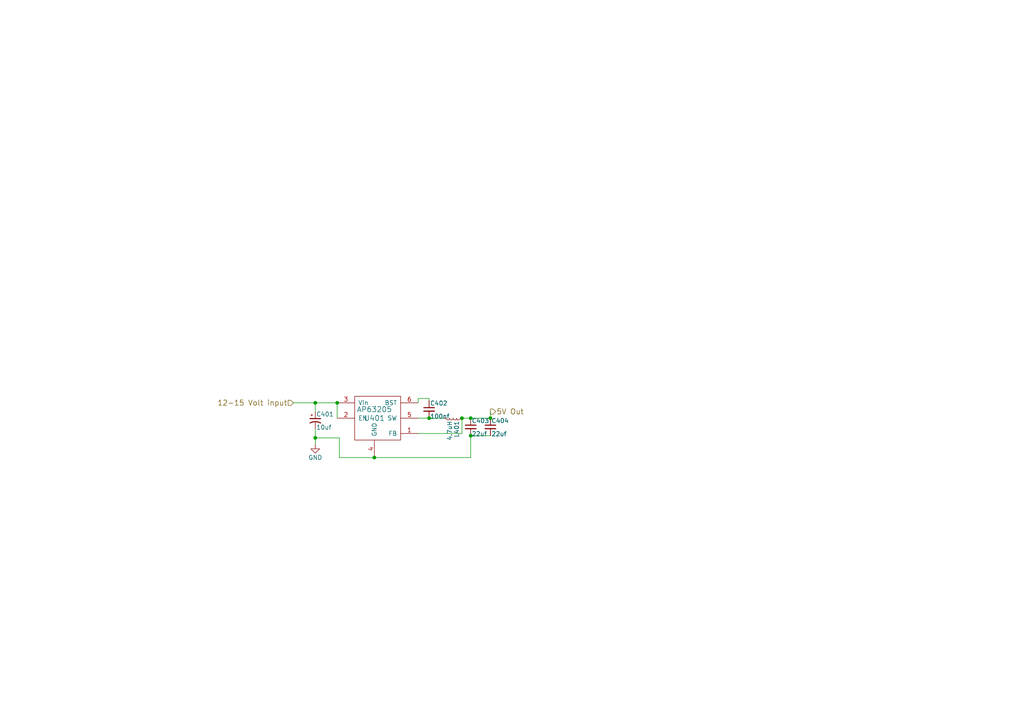
<source format=kicad_sch>
(kicad_sch (version 20211123) (generator eeschema)
  (paper "A4")
  (lib_symbols
    (symbol "LCC-PNET-Router-rescue:AP63205" (pin_names (offset 1.016))
      (property "Reference" "U" (at 0 0 0))
      (property "Value" "AP63205" (at 0 2.54 0))
      (symbol "AP63205_0_1"
        (rectangle (start -5.715 6.35) (end 7.62 -6.35))
      )
      (symbol "AP63205_1_1"
        (pin unspecified line (at 12.7 -4.445 180) (length 5.08) (name "FB") (number "1"))
        (pin input line (at -10.795 0 0) (length 5.08) (name "EN") (number "2"))
        (pin power_in line (at -10.795 4.445 0) (length 5.08) (name "Vin") (number "3"))
        (pin power_in line (at 0 -11.43 90) (length 5.08) (name "GND") (number "4"))
        (pin unspecified line (at 12.7 0 180) (length 5.08) (name "SW") (number "5"))
        (pin unspecified line (at 12.7 4.445 180) (length 5.08) (name "BST") (number "6"))
      )
    )
    (symbol "LCC-PNET-Router-rescue:CP1_Small" (pin_numbers hide) (pin_names (offset 0.254) hide)
      (property "Reference" "C" (at 0.254 1.778 0))
      (property "Value" "CP1_Small" (at 0.254 -2.032 0))
      (symbol "CP1_Small_0_1"
        (polyline (pts (xy -1.524 0.508) (xy 1.524 0.508)) (stroke (width 0.3048)))
        (polyline (pts (xy -1.27 1.524) (xy -0.762 1.524)))
        (polyline (pts (xy -1.016 1.27) (xy -1.016 1.778)))
        (arc (start 1.524 -0.762) (mid 0 -0.3734) (end -1.524 -0.762) (stroke (width 0.3048)))
      )
      (symbol "CP1_Small_1_1"
        (pin passive line (at 0 2.54 270) (length 2.032) (name "~") (number "1"))
        (pin passive line (at 0 -2.54 90) (length 2.032) (name "~") (number "2"))
      )
    )
    (symbol "LCC-PNET-Router-rescue:C_Small" (pin_numbers hide) (pin_names (offset 0.254) hide)
      (property "Reference" "C" (at 0.254 1.778 0))
      (property "Value" "C_Small" (at 0.254 -2.032 0))
      (symbol "C_Small_0_1"
        (polyline (pts (xy -1.524 -0.508) (xy 1.524 -0.508)) (stroke (width 0.3302)))
        (polyline (pts (xy -1.524 0.508) (xy 1.524 0.508)) (stroke (width 0.3048)))
      )
      (symbol "C_Small_1_1"
        (pin passive line (at 0 2.54 270) (length 2.032) (name "~") (number "1"))
        (pin passive line (at 0 -2.54 90) (length 2.032) (name "~") (number "2"))
      )
    )
    (symbol "LCC-PNET-Router-rescue:GND" (power) (pin_names (offset 0))
      (property "Value" "GND" (at 0 -3.81 0))
      (symbol "GND_0_1"
        (polyline (pts (xy 0 0) (xy 0 -1.27) (xy 1.27 -1.27) (xy 0 -2.54) (xy -1.27 -1.27) (xy 0 -1.27)))
      )
      (symbol "GND_1_1"
        (pin power_in line (at 0 0 270) (length 0) hide (name "GND") (number "1"))
      )
    )
    (symbol "LCC-PNET-Router-rescue:L_Small" (pin_numbers hide) (pin_names (offset 0.254) hide)
      (property "Reference" "L" (at 0.762 1.016 0))
      (property "Value" "L_Small" (at 0.762 -1.016 0))
      (symbol "L_Small_0_1"
        (arc (start 0 -2.032) (mid 0.508 -1.524) (end 0 -1.016))
        (arc (start 0 -1.016) (mid 0.508 -0.508) (end 0 0))
        (arc (start 0 0) (mid 0.508 0.508) (end 0 1.016))
        (arc (start 0 1.016) (mid 0.508 1.524) (end 0 2.032))
      )
      (symbol "L_Small_1_1"
        (pin passive line (at 0 2.54 270) (length 0.508) (name "~") (number "1"))
        (pin passive line (at 0 -2.54 90) (length 0.508) (name "~") (number "2"))
      )
    )
  )
  (junction (at 133.985 121.285))
  (junction (at 91.44 116.84))
  (junction (at 91.44 127))
  (junction (at 136.525 121.285))
  (junction (at 108.585 132.715))
  (junction (at 142.24 121.285))
  (junction (at 124.46 121.285))
  (junction (at 97.79 116.84))
  (junction (at 136.525 126.365))
  (wire (pts (xy 121.285 115.57) (xy 124.46 115.57)))
  (wire (pts (xy 124.46 121.285) (xy 128.905 121.285)))
  (wire (pts (xy 133.985 125.73) (xy 121.285 125.73)))
  (wire (pts (xy 91.44 124.46) (xy 91.44 127)))
  (wire (pts (xy 91.44 127) (xy 91.44 128.905)))
  (wire (pts (xy 133.985 121.285) (xy 136.525 121.285)))
  (wire (pts (xy 97.79 116.84) (xy 97.79 121.285)))
  (wire (pts (xy 98.425 132.715) (xy 108.585 132.715)))
  (wire (pts (xy 108.585 132.715) (xy 136.525 132.715)))
  (wire (pts (xy 85.09 116.84) (xy 91.44 116.84)))
  (wire (pts (xy 124.46 115.57) (xy 124.46 116.205)))
  (wire (pts (xy 142.24 126.365) (xy 136.525 126.365)))
  (wire (pts (xy 121.285 121.285) (xy 124.46 121.285)))
  (wire (pts (xy 133.985 125.73) (xy 133.985 121.285)))
  (wire (pts (xy 91.44 119.38) (xy 91.44 116.84)))
  (wire (pts (xy 98.425 127) (xy 91.44 127)))
  (wire (pts (xy 121.285 115.57) (xy 121.285 116.84)))
  (wire (pts (xy 98.425 132.715) (xy 98.425 127)))
  (wire (pts (xy 136.525 121.285) (xy 142.24 121.285)))
  (wire (pts (xy 136.525 126.365) (xy 136.525 132.715)))
  (wire (pts (xy 142.24 121.285) (xy 142.24 119.38)))
  (wire (pts (xy 91.44 116.84) (xy 97.79 116.84)))
  (hierarchical_label "5V Out" (shape output) (at 142.24 119.38 0) (effects (font (size 1.524 1.524))))
  (hierarchical_label "12-15 Volt input" (shape input) (at 85.09 116.84 180) (effects (font (size 1.524 1.524))))
  (symbol (lib_id "LCC-PNET-Router-rescue:AP63205") (at 108.585 121.285 0) (unit 1)
    (property "Reference" "U401" (at 108.585 121.285 0) (effects (font (size 1.524 1.524))))
    (property "Value" "AP63205" (at 108.585 118.745 0) (effects (font (size 1.524 1.524))))
    (property "Footprint" "Package_TO_SOT_SMD:TSOT-23-6" (effects hide))
    (property "Mouser Part Number" "621-AP63205WU-7" (effects hide))
  )
  (symbol (lib_id "LCC-PNET-Router-rescue:CP1_Small") (at 91.44 121.92 0) (unit 1)
    (property "Reference" "C401" (at 91.694 120.142 0) (effects (justify left)))
    (property "Value" "10uf" (at 91.694 123.952 0) (effects (justify left)))
    (property "Footprint" "Capacitor_SMD:CP_Elec_5x5.3" (effects hide))
    (property "Mouser Part Number" "710-865230542002" (effects hide))
  )
  (symbol (lib_id "LCC-PNET-Router-rescue:GND") (at 91.44 128.905 0) (unit 1)
    (property "Reference" "#PWR029" (effects hide))
    (property "Value" "GND" (at 91.44 132.715 0))
  )
  (symbol (lib_id "LCC-PNET-Router-rescue:C_Small") (at 124.46 118.745 0) (unit 1)
    (property "Reference" "C402" (at 124.714 116.967 0) (effects (justify left)))
    (property "Value" "100nf" (at 124.714 120.777 0) (effects (justify left)))
    (property "Footprint" "Capacitor_SMD:C_0603_1608Metric" (effects hide))
    (property "Mouser Part Number" "710-885012206020" (effects hide))
  )
  (symbol (lib_id "LCC-PNET-Router-rescue:L_Small") (at 131.445 121.285 270) (unit 1)
    (property "Reference" "L401" (at 132.461 122.047 0) (effects (justify left)))
    (property "Value" "4.7uH" (at 130.429 122.047 0) (effects (justify left)))
    (property "Footprint" "Inductor_SMD:L_7.3x7.3_H4.5" (effects hide))
    (property "Mouser Part Number" "81-B1047AS-4R7NP3" (effects hide))
  )
  (symbol (lib_id "LCC-PNET-Router-rescue:C_Small") (at 136.525 123.825 0) (unit 1)
    (property "Reference" "C403" (at 136.779 122.047 0) (effects (justify left)))
    (property "Value" "22uf" (at 136.779 125.857 0) (effects (justify left)))
    (property "Footprint" "Capacitor_SMD:C_0603_1608Metric" (effects hide))
    (property "Mouser Part Number" "81-GRM188R60G226ME0J" (effects hide))
  )
  (symbol (lib_id "LCC-PNET-Router-rescue:C_Small") (at 142.24 123.825 0) (unit 1)
    (property "Reference" "C404" (at 142.494 122.047 0) (effects (justify left)))
    (property "Value" "22uf" (at 142.494 125.857 0) (effects (justify left)))
    (property "Footprint" "Capacitor_SMD:C_0603_1608Metric" (effects hide))
    (property "Mouser Part Number" "81-GRM188R60G226ME0J" (effects hide))
  )
)
</source>
